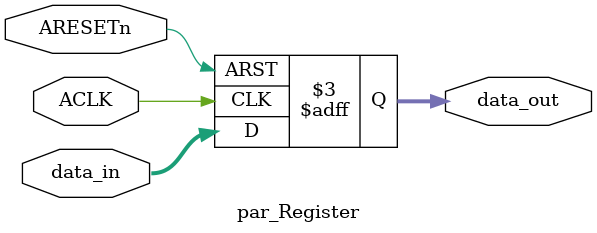
<source format=sv>
module par_Register(
ACLK,ARESETn,data_in,data_out
);
// parameter
parameter WIDTH = 4;
input ACLK;
input ARESETn;
input [WIDTH-1:0] data_in;
output logic [WIDTH-1:0] data_out;

always_ff @(posedge ACLK or negedge ARESETn)
begin
if (~ARESETn)
    data_out <= {WIDTH{1'b0}};
else
    data_out <= data_in;
end
endmodule

</source>
